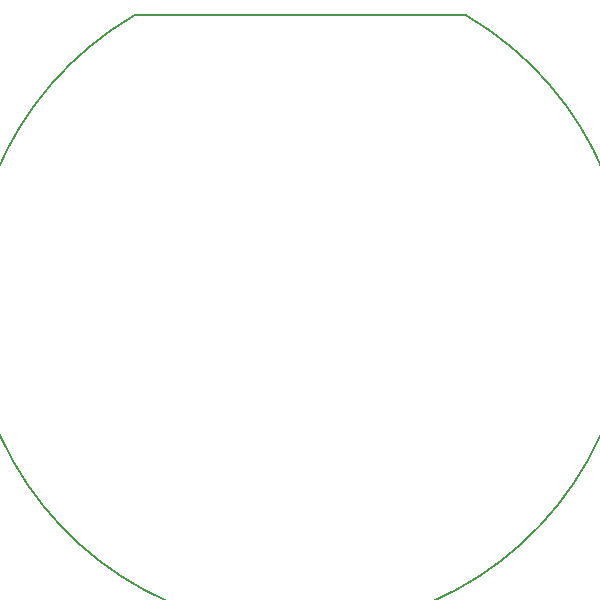
<source format=gbr>
G04 #@! TF.GenerationSoftware,KiCad,Pcbnew,5.0.2+dfsg1-1*
G04 #@! TF.CreationDate,2021-08-24T19:42:59-04:00*
G04 #@! TF.ProjectId,WIFI_RGB_PCB,57494649-5f52-4474-925f-5043422e6b69,rev?*
G04 #@! TF.SameCoordinates,Original*
G04 #@! TF.FileFunction,Profile,NP*
%FSLAX46Y46*%
G04 Gerber Fmt 4.6, Leading zero omitted, Abs format (unit mm)*
G04 Created by KiCad (PCBNEW 5.0.2+dfsg1-1) date Tue 24 Aug 2021 07:42:59 PM EDT*
%MOMM*%
%LPD*%
G01*
G04 APERTURE LIST*
%ADD10C,0.150000*%
G04 APERTURE END LIST*
D10*
X110474345Y-66030943D02*
X82550000Y-66040000D01*
X110474345Y-66030943D02*
G75*
G02X82550000Y-66040000I-13954345J-24139057D01*
G01*
M02*

</source>
